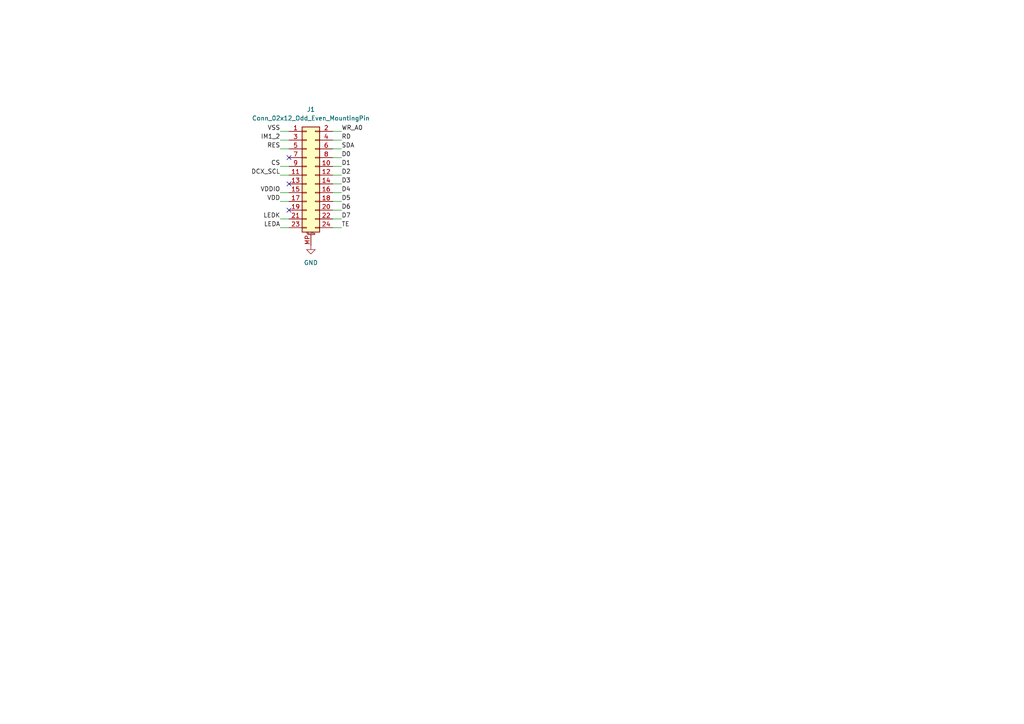
<source format=kicad_sch>
(kicad_sch (version 20231120) (generator "eeschema") (generator_version "8.0")
  (paper "A4")
  (lib_symbols
    (symbol "Connector_Generic_MountingPin:Conn_02x12_Odd_Even_MountingPin" (pin_names (offset 1.016) hide)
      (property "Reference" "J" (at 1.27 15.24 0))
      (property "Value" "Conn_02x12_Odd_Even_MountingPin" (at 2.54 -17.78 0))
      (symbol "Conn_02x12_Odd_Even_MountingPin_1_1"
        (rectangle (start -1.27 -15.113) (end 0 -15.367) (stroke (width 0.1524)))
        (rectangle (start -1.27 -12.573) (end 0 -12.827) (stroke (width 0.1524)))
        (rectangle (start -1.27 -10.033) (end 0 -10.287) (stroke (width 0.1524)))
        (rectangle (start -1.27 -7.493) (end 0 -7.747) (stroke (width 0.1524)))
        (rectangle (start -1.27 -4.953) (end 0 -5.207) (stroke (width 0.1524)))
        (rectangle (start -1.27 -2.413) (end 0 -2.667) (stroke (width 0.1524)))
        (rectangle (start -1.27 0.127) (end 0 -0.127) (stroke (width 0.1524)))
        (rectangle (start -1.27 2.667) (end 0 2.413) (stroke (width 0.1524)))
        (rectangle (start -1.27 5.207) (end 0 4.953) (stroke (width 0.1524)))
        (rectangle (start -1.27 7.747) (end 0 7.493) (stroke (width 0.1524)))
        (rectangle (start -1.27 10.287) (end 0 10.033) (stroke (width 0.1524)))
        (rectangle (start -1.27 12.827) (end 0 12.573) (stroke (width 0.1524)))
        (rectangle (start -1.27 13.97) (end 3.81 -16.51) (stroke (width 0.254)) (fill (type background)))
        (polyline (pts (xy 0.254 -17.272) (xy 2.286 -17.272)) (stroke (width 0.1524)))
        (rectangle (start 3.81 -15.113) (end 2.54 -15.367) (stroke (width 0.1524)))
        (rectangle (start 3.81 -12.573) (end 2.54 -12.827) (stroke (width 0.1524)))
        (rectangle (start 3.81 -10.033) (end 2.54 -10.287) (stroke (width 0.1524)))
        (rectangle (start 3.81 -7.493) (end 2.54 -7.747) (stroke (width 0.1524)))
        (rectangle (start 3.81 -4.953) (end 2.54 -5.207) (stroke (width 0.1524)))
        (rectangle (start 3.81 -2.413) (end 2.54 -2.667) (stroke (width 0.1524)))
        (rectangle (start 3.81 0.127) (end 2.54 -0.127) (stroke (width 0.1524)))
        (rectangle (start 3.81 2.667) (end 2.54 2.413) (stroke (width 0.1524)))
        (rectangle (start 3.81 5.207) (end 2.54 4.953) (stroke (width 0.1524)))
        (rectangle (start 3.81 7.747) (end 2.54 7.493) (stroke (width 0.1524)))
        (rectangle (start 3.81 10.287) (end 2.54 10.033) (stroke (width 0.1524)))
        (rectangle (start 3.81 12.827) (end 2.54 12.573) (stroke (width 0.1524)))
        (text "Mounting" (at 1.27 -16.891 0) (effects (font (size 0.381 0.381))))
        (pin passive line (at -5.08 12.7 0) (length 3.81) (name "Pin_1") (number "1"))
        (pin passive line (at 7.62 2.54 180) (length 3.81) (name "Pin_10") (number "10"))
        (pin passive line (at -5.08 0 0) (length 3.81) (name "Pin_11") (number "11"))
        (pin passive line (at 7.62 0 180) (length 3.81) (name "Pin_12") (number "12"))
        (pin passive line (at -5.08 -2.54 0) (length 3.81) (name "Pin_13") (number "13"))
        (pin passive line (at 7.62 -2.54 180) (length 3.81) (name "Pin_14") (number "14"))
        (pin passive line (at -5.08 -5.08 0) (length 3.81) (name "Pin_15") (number "15"))
        (pin passive line (at 7.62 -5.08 180) (length 3.81) (name "Pin_16") (number "16"))
        (pin passive line (at -5.08 -7.62 0) (length 3.81) (name "Pin_17") (number "17"))
        (pin passive line (at 7.62 -7.62 180) (length 3.81) (name "Pin_18") (number "18"))
        (pin passive line (at -5.08 -10.16 0) (length 3.81) (name "Pin_19") (number "19"))
        (pin passive line (at 7.62 12.7 180) (length 3.81) (name "Pin_2") (number "2"))
        (pin passive line (at 7.62 -10.16 180) (length 3.81) (name "Pin_20") (number "20"))
        (pin passive line (at -5.08 -12.7 0) (length 3.81) (name "Pin_21") (number "21"))
        (pin passive line (at 7.62 -12.7 180) (length 3.81) (name "Pin_22") (number "22"))
        (pin passive line (at -5.08 -15.24 0) (length 3.81) (name "Pin_23") (number "23"))
        (pin passive line (at 7.62 -15.24 180) (length 3.81) (name "Pin_24") (number "24"))
        (pin passive line (at -5.08 10.16 0) (length 3.81) (name "Pin_3") (number "3"))
        (pin passive line (at 7.62 10.16 180) (length 3.81) (name "Pin_4") (number "4"))
        (pin passive line (at -5.08 7.62 0) (length 3.81) (name "Pin_5") (number "5"))
        (pin passive line (at 7.62 7.62 180) (length 3.81) (name "Pin_6") (number "6"))
        (pin passive line (at -5.08 5.08 0) (length 3.81) (name "Pin_7") (number "7"))
        (pin passive line (at 7.62 5.08 180) (length 3.81) (name "Pin_8") (number "8"))
        (pin passive line (at -5.08 2.54 0) (length 3.81) (name "Pin_9") (number "9"))
        (pin passive line (at 1.27 -20.32 90) (length 3.048) (name "MountPin") (number "MP"))
      )
    )
    (symbol "power:GND" (power) (pin_numbers hide) (pin_names (offset 0) hide)
      (property "Value" "GND" (at 0 -3.81 0))
      (symbol "GND_0_1"
        (polyline (pts (xy 0 0) (xy 0 -1.27) (xy 1.27 -1.27) (xy 0 -2.54) (xy -1.27 -1.27) (xy 0 -1.27)))
      )
      (symbol "GND_1_1"
        (pin power_in line (at 0 0 270) (length 0) (name "~") (number "1"))
      )
    )
  )
  (no_connect (at 83.82 53.34))
  (no_connect (at 83.82 45.72))
  (no_connect (at 83.82 60.96))
  (wire (pts (xy 99.06 63.5) (xy 96.52 63.5)))
  (wire (pts (xy 99.06 50.8) (xy 96.52 50.8)))
  (wire (pts (xy 81.28 38.1) (xy 83.82 38.1)))
  (wire (pts (xy 99.06 58.42) (xy 96.52 58.42)))
  (wire (pts (xy 99.06 60.96) (xy 96.52 60.96)))
  (wire (pts (xy 81.28 50.8) (xy 83.82 50.8)))
  (wire (pts (xy 99.06 45.72) (xy 96.52 45.72)))
  (wire (pts (xy 99.06 48.26) (xy 96.52 48.26)))
  (wire (pts (xy 81.28 55.88) (xy 83.82 55.88)))
  (wire (pts (xy 81.28 66.04) (xy 83.82 66.04)))
  (wire (pts (xy 81.28 43.18) (xy 83.82 43.18)))
  (wire (pts (xy 99.06 38.1) (xy 96.52 38.1)))
  (wire (pts (xy 81.28 58.42) (xy 83.82 58.42)))
  (wire (pts (xy 81.28 40.64) (xy 83.82 40.64)))
  (wire (pts (xy 81.28 48.26) (xy 83.82 48.26)))
  (wire (pts (xy 81.28 63.5) (xy 83.82 63.5)))
  (wire (pts (xy 99.06 40.64) (xy 96.52 40.64)))
  (wire (pts (xy 99.06 53.34) (xy 96.52 53.34)))
  (wire (pts (xy 99.06 55.88) (xy 96.52 55.88)))
  (wire (pts (xy 99.06 66.04) (xy 96.52 66.04)))
  (wire (pts (xy 99.06 43.18) (xy 96.52 43.18)))
  (label "WR_A0" (at 99.06 38.1 0))
  (label "TE" (at 99.06 66.04 0))
  (label "LEDK" (at 81.28 63.5 180))
  (label "D4" (at 99.06 55.88 0))
  (label "LEDA" (at 81.28 66.04 180))
  (label "SDA" (at 99.06 43.18 0))
  (label "DCX_SCL" (at 81.28 50.8 180))
  (label "D5" (at 99.06 58.42 0))
  (label "CS" (at 81.28 48.26 180))
  (label "RES" (at 81.28 43.18 180))
  (label "VDDIO" (at 81.28 55.88 180))
  (label "D2" (at 99.06 50.8 0))
  (label "D6" (at 99.06 60.96 0))
  (label "D1" (at 99.06 48.26 0))
  (label "RD" (at 99.06 40.64 0))
  (label "D0" (at 99.06 45.72 0))
  (label "IM1_2" (at 81.28 40.64 180))
  (label "D7" (at 99.06 63.5 0))
  (label "VDD" (at 81.28 58.42 180))
  (label "VSS" (at 81.28 38.1 180))
  (label "D3" (at 99.06 53.34 0))
  (symbol (lib_id "power:GND") (at 90.17 71.12 0) (unit 1)
    (property "Reference" "#PWR01" (effects (hide yes)))
    (property "Value" "GND" (at 90.17 76.2 0))
    (property "Description" "Power symbol creates a global label with name \"GND\" , ground" (effects (hide yes)))
  )
  (symbol (lib_id "Connector_Generic_MountingPin:Conn_02x12_Odd_Even_MountingPin") (at 88.9 50.8 0) (unit 1)
    (property "Reference" "J1" (at 90.17 31.75 0))
    (property "Value" "Conn_02x12_Odd_Even_MountingPin" (at 90.17 34.29 0))
    (property "Footprint" "libs:AXE524127" (effects (hide yes)))
    (property "Description" "Generic connectable mounting pin connector, double row, 02x12, odd/even pin numbering scheme (row 1 odd numbers, row 2 even numbers), script generated (kicad-library-utils/schlib/autogen/connector/)" (effects (hide yes)))
  )
)
</source>
